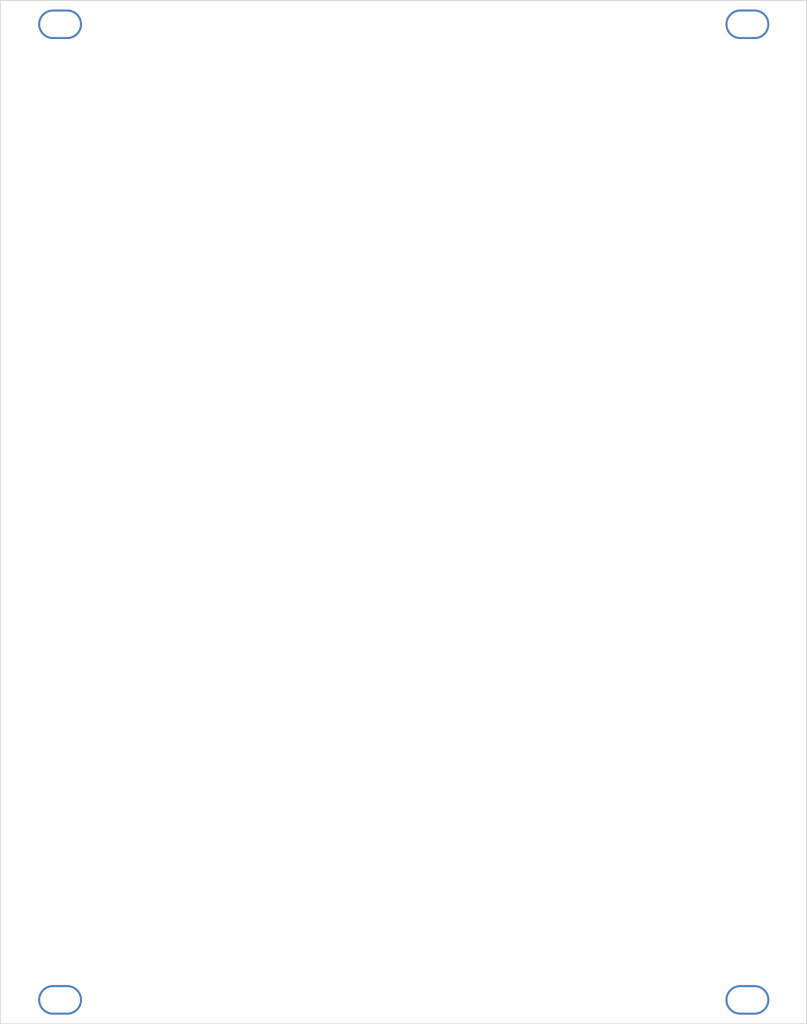
<source format=kicad_pcb>
(kicad_pcb (version 20211014) (generator pcbnew)
  (layers (0 "F.Cu" signal) (31 "B.Cu" signal) (34 "B.Paste" user) (35 "F.Paste" user) (36 "B.SilkS" user "B.Silkscreen") (37 "F.SilkS" user "F.Silkscreen") (38 "B.Mask" user) (39 "F.Mask" user) (44 "Edge.Cuts" user))
  (net 0 "")
  (footprint "" (layer "F.Cu") (at 7.5 125.5)
    (fp_text reference "" (at 0 0) (layer "F.SilkS") (effects (font (size 1.27 1.27))))
    (fp_text value "" (at 0 0) (layer "F.SilkS") (effects (font (size 1.27 1.27))))
    (pad "1" thru_hole oval (at 0 0) (size 5.5 3.7) (drill oval 5 3.2) (layers *.Cu *.Mask))
  )
  (footprint "" (layer "F.Cu") (at 93.86 3)
    (fp_text reference "" (at 0 0) (layer "F.SilkS") (effects (font (size 1.27 1.27))))
    (fp_text value "" (at 0 0) (layer "F.SilkS") (effects (font (size 1.27 1.27))))
    (pad "1" thru_hole oval (at 0 0) (size 5.5 3.7) (drill oval 5 3.2) (layers *.Cu *.Mask))
  )
  (footprint "" (layer "F.Cu") (at 7.5 3)
    (fp_text reference "" hide)
    (fp_text value "" hide)
    (pad "1" thru_hole oval (at 0 0) (size 5.5 3.7) (drill oval 5 3.2) (layers *.Cu *.Mask))
  )
  (footprint "" (layer "F.Cu") (at 93.86 125.5)
    (fp_text reference "" (at 0 0) (layer "F.SilkS") (effects (font (size 1.27 1.27))))
    (fp_text value "" (at 0 0) (layer "F.SilkS") (effects (font (size 1.27 1.27))))
    (pad "1" thru_hole oval (at 0 0) (size 5.5 3.7) (drill oval 5 3.2) (layers *.Cu *.Mask))
  )
  (gr_rect (start 0 0) (end 101.3 128.5) (layer "Edge.Cuts") (width 0.1) (fill none))
)
</source>
